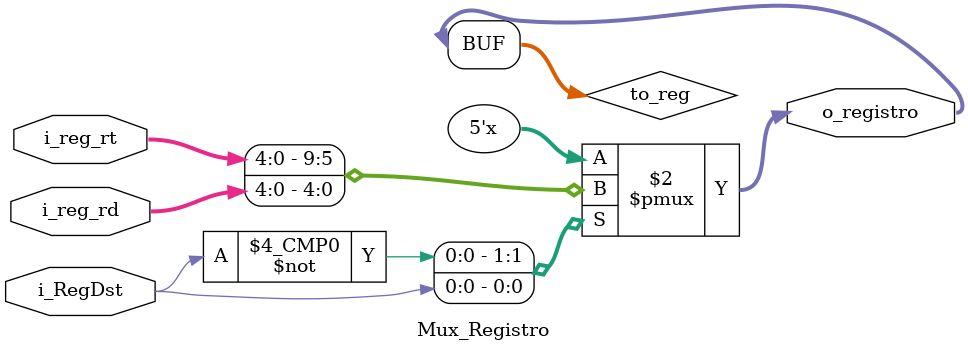
<source format=v>
`timescale 1ns / 1ps

module Mux_Registro
    #(
        parameter NBITS = 5
    )
    (
        input   wire                          i_RegDst,
        input   wire     [NBITS-1      :0]    i_reg_rd,
        input   wire     [NBITS-1      :0]    i_reg_rt,
        output  wire     [NBITS-1      :0]    o_registro                 
    );
    
    reg [NBITS-1  :0]   to_reg;

    
    always @(*)
    begin
        case(i_RegDst)
            1'b0:   to_reg  <=  i_reg_rt    ;   
            1'b1:   to_reg  <=  i_reg_rd    ;
        endcase
    end

    assign  o_registro   =   to_reg;

endmodule

</source>
